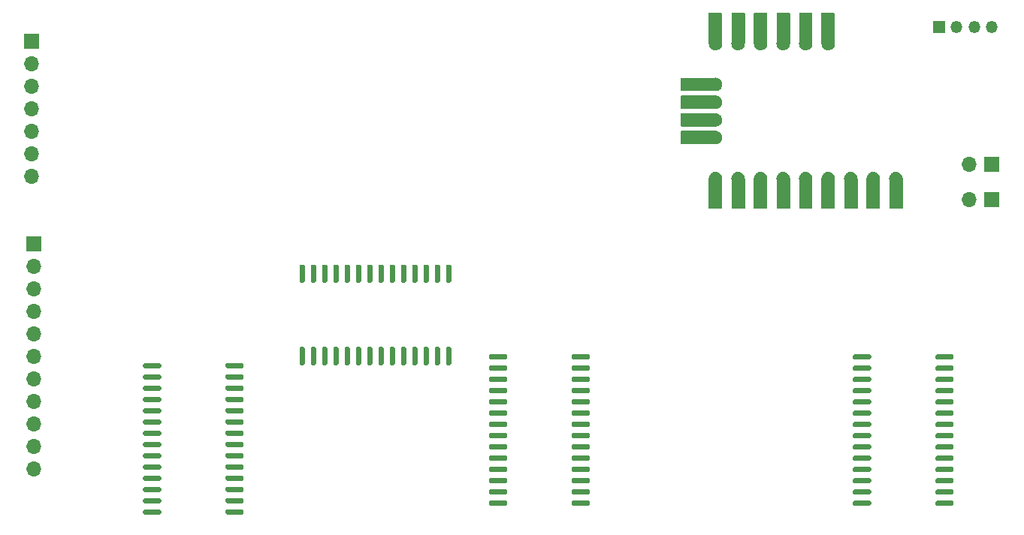
<source format=gbs>
%TF.GenerationSoftware,KiCad,Pcbnew,(5.1.8)-1*%
%TF.CreationDate,2021-11-23T00:18:45+09:00*%
%TF.ProjectId,pc1245,70633132-3435-42e6-9b69-6361645f7063,rev?*%
%TF.SameCoordinates,Original*%
%TF.FileFunction,Soldermask,Bot*%
%TF.FilePolarity,Negative*%
%FSLAX46Y46*%
G04 Gerber Fmt 4.6, Leading zero omitted, Abs format (unit mm)*
G04 Created by KiCad (PCBNEW (5.1.8)-1) date 2021-11-23 00:18:45*
%MOMM*%
%LPD*%
G01*
G04 APERTURE LIST*
%ADD10C,0.100000*%
%ADD11R,1.700000X1.700000*%
%ADD12O,1.700000X1.700000*%
%ADD13R,1.350000X1.350000*%
%ADD14O,1.350000X1.350000*%
G04 APERTURE END LIST*
D10*
%TO.C,M5Stamp*%
G36*
X182406247Y-84508191D02*
G01*
X182420836Y-84434849D01*
X182442543Y-84363290D01*
X182471160Y-84294203D01*
X182506411Y-84228254D01*
X182547956Y-84166077D01*
X182595395Y-84108272D01*
X182648272Y-84055395D01*
X182706077Y-84007956D01*
X182768254Y-83966411D01*
X182834203Y-83931160D01*
X182903290Y-83902543D01*
X182974849Y-83880836D01*
X183048191Y-83866247D01*
X183122610Y-83858918D01*
X183197390Y-83858918D01*
X183271809Y-83866247D01*
X183345151Y-83880836D01*
X183416710Y-83902543D01*
X183485797Y-83931160D01*
X183551746Y-83966411D01*
X183613923Y-84007956D01*
X183671728Y-84055395D01*
X183724605Y-84108272D01*
X183772044Y-84166077D01*
X183813589Y-84228254D01*
X183848840Y-84294203D01*
X183877457Y-84363290D01*
X183899164Y-84434849D01*
X183913753Y-84508191D01*
X183918218Y-84553524D01*
X183919086Y-84553786D01*
X183927735Y-84558397D01*
X183935318Y-84564608D01*
X183941544Y-84572178D01*
X183946174Y-84580818D01*
X183949029Y-84590194D01*
X183950000Y-84600000D01*
X183950000Y-88000000D01*
X183949039Y-88009755D01*
X183946194Y-88019134D01*
X183941573Y-88027779D01*
X183935355Y-88035355D01*
X183927779Y-88041573D01*
X183919134Y-88046194D01*
X183909755Y-88049039D01*
X183900000Y-88050000D01*
X182500000Y-88050000D01*
X182490245Y-88049039D01*
X182480866Y-88046194D01*
X182472221Y-88041573D01*
X182464645Y-88035355D01*
X182458427Y-88027779D01*
X182453806Y-88019134D01*
X182450961Y-88009755D01*
X182450000Y-88000000D01*
X182450000Y-84894713D01*
X182442543Y-84876710D01*
X182420836Y-84805151D01*
X182406247Y-84731809D01*
X182398918Y-84657390D01*
X182398918Y-84582610D01*
X182406247Y-84508191D01*
G37*
G36*
X179850961Y-84590245D02*
G01*
X179853806Y-84580866D01*
X179858427Y-84572221D01*
X179860147Y-84570126D01*
X179866247Y-84508191D01*
X179880836Y-84434849D01*
X179902543Y-84363290D01*
X179931160Y-84294203D01*
X179966411Y-84228254D01*
X180007956Y-84166077D01*
X180055395Y-84108272D01*
X180108272Y-84055395D01*
X180166077Y-84007956D01*
X180228254Y-83966411D01*
X180294203Y-83931160D01*
X180363290Y-83902543D01*
X180434849Y-83880836D01*
X180508191Y-83866247D01*
X180582610Y-83858918D01*
X180657390Y-83858918D01*
X180731809Y-83866247D01*
X180805151Y-83880836D01*
X180876710Y-83902543D01*
X180945797Y-83931160D01*
X181011746Y-83966411D01*
X181073923Y-84007956D01*
X181131728Y-84055395D01*
X181184605Y-84108272D01*
X181232044Y-84166077D01*
X181273589Y-84228254D01*
X181308840Y-84294203D01*
X181337457Y-84363290D01*
X181359164Y-84434849D01*
X181373753Y-84508191D01*
X181381082Y-84582610D01*
X181381082Y-84657390D01*
X181373753Y-84731809D01*
X181359164Y-84805151D01*
X181350000Y-84835361D01*
X181350000Y-88000000D01*
X181349039Y-88009755D01*
X181346194Y-88019134D01*
X181341573Y-88027779D01*
X181335355Y-88035355D01*
X181327779Y-88041573D01*
X181319134Y-88046194D01*
X181309755Y-88049039D01*
X181300000Y-88050000D01*
X179900000Y-88050000D01*
X179890245Y-88049039D01*
X179880866Y-88046194D01*
X179872221Y-88041573D01*
X179864645Y-88035355D01*
X179858427Y-88027779D01*
X179853806Y-88019134D01*
X179850961Y-88009755D01*
X179850000Y-88000000D01*
X179850000Y-84600000D01*
X179850961Y-84590245D01*
G37*
G36*
X177326247Y-84508191D02*
G01*
X177340836Y-84434849D01*
X177362543Y-84363290D01*
X177391160Y-84294203D01*
X177426411Y-84228254D01*
X177467956Y-84166077D01*
X177515395Y-84108272D01*
X177568272Y-84055395D01*
X177626077Y-84007956D01*
X177688254Y-83966411D01*
X177754203Y-83931160D01*
X177823290Y-83902543D01*
X177894849Y-83880836D01*
X177968191Y-83866247D01*
X178042610Y-83858918D01*
X178117390Y-83858918D01*
X178191809Y-83866247D01*
X178265151Y-83880836D01*
X178336710Y-83902543D01*
X178405797Y-83931160D01*
X178471746Y-83966411D01*
X178533923Y-84007956D01*
X178591728Y-84055395D01*
X178644605Y-84108272D01*
X178692044Y-84166077D01*
X178733589Y-84228254D01*
X178768840Y-84294203D01*
X178797457Y-84363290D01*
X178819164Y-84434849D01*
X178833753Y-84508191D01*
X178839852Y-84570121D01*
X178841544Y-84572178D01*
X178846174Y-84580818D01*
X178849029Y-84590194D01*
X178850000Y-84600000D01*
X178850000Y-88000000D01*
X178849039Y-88009755D01*
X178846194Y-88019134D01*
X178841573Y-88027779D01*
X178835355Y-88035355D01*
X178827779Y-88041573D01*
X178819134Y-88046194D01*
X178809755Y-88049039D01*
X178800000Y-88050000D01*
X177400000Y-88050000D01*
X177390245Y-88049039D01*
X177380866Y-88046194D01*
X177372221Y-88041573D01*
X177364645Y-88035355D01*
X177358427Y-88027779D01*
X177353806Y-88019134D01*
X177350961Y-88009755D01*
X177350000Y-88000000D01*
X177350000Y-84835361D01*
X177340836Y-84805151D01*
X177326247Y-84731809D01*
X177318918Y-84657390D01*
X177318918Y-84582610D01*
X177326247Y-84508191D01*
G37*
G36*
X174750961Y-84590245D02*
G01*
X174753806Y-84580866D01*
X174758427Y-84572221D01*
X174764645Y-84564645D01*
X174772221Y-84558427D01*
X174780866Y-84553806D01*
X174781782Y-84553528D01*
X174786247Y-84508191D01*
X174800836Y-84434849D01*
X174822543Y-84363290D01*
X174851160Y-84294203D01*
X174886411Y-84228254D01*
X174927956Y-84166077D01*
X174975395Y-84108272D01*
X175028272Y-84055395D01*
X175086077Y-84007956D01*
X175148254Y-83966411D01*
X175214203Y-83931160D01*
X175283290Y-83902543D01*
X175354849Y-83880836D01*
X175428191Y-83866247D01*
X175502610Y-83858918D01*
X175577390Y-83858918D01*
X175651809Y-83866247D01*
X175725151Y-83880836D01*
X175796710Y-83902543D01*
X175865797Y-83931160D01*
X175931746Y-83966411D01*
X175993923Y-84007956D01*
X176051728Y-84055395D01*
X176104605Y-84108272D01*
X176152044Y-84166077D01*
X176193589Y-84228254D01*
X176228840Y-84294203D01*
X176257457Y-84363290D01*
X176279164Y-84434849D01*
X176293753Y-84508191D01*
X176301082Y-84582610D01*
X176301082Y-84657390D01*
X176293753Y-84731809D01*
X176279164Y-84805151D01*
X176257457Y-84876710D01*
X176250000Y-84894713D01*
X176250000Y-88000000D01*
X176249039Y-88009755D01*
X176246194Y-88019134D01*
X176241573Y-88027779D01*
X176235355Y-88035355D01*
X176227779Y-88041573D01*
X176219134Y-88046194D01*
X176209755Y-88049039D01*
X176200000Y-88050000D01*
X174800000Y-88050000D01*
X174790245Y-88049039D01*
X174780866Y-88046194D01*
X174772221Y-88041573D01*
X174764645Y-88035355D01*
X174758427Y-88027779D01*
X174753806Y-88019134D01*
X174750961Y-88009755D01*
X174750000Y-88000000D01*
X174750000Y-84600000D01*
X174750961Y-84590245D01*
G37*
G36*
X172246247Y-84508191D02*
G01*
X172260836Y-84434849D01*
X172282543Y-84363290D01*
X172311160Y-84294203D01*
X172346411Y-84228254D01*
X172387956Y-84166077D01*
X172435395Y-84108272D01*
X172488272Y-84055395D01*
X172546077Y-84007956D01*
X172608254Y-83966411D01*
X172674203Y-83931160D01*
X172743290Y-83902543D01*
X172814849Y-83880836D01*
X172888191Y-83866247D01*
X172962610Y-83858918D01*
X173037390Y-83858918D01*
X173111809Y-83866247D01*
X173185151Y-83880836D01*
X173256710Y-83902543D01*
X173325797Y-83931160D01*
X173391746Y-83966411D01*
X173453923Y-84007956D01*
X173511728Y-84055395D01*
X173564605Y-84108272D01*
X173612044Y-84166077D01*
X173653589Y-84228254D01*
X173688840Y-84294203D01*
X173717457Y-84363290D01*
X173739164Y-84434849D01*
X173753753Y-84508191D01*
X173761082Y-84582610D01*
X173761082Y-84657390D01*
X173753753Y-84731809D01*
X173750000Y-84750676D01*
X173750000Y-88000000D01*
X173749039Y-88009755D01*
X173746194Y-88019134D01*
X173741573Y-88027779D01*
X173735355Y-88035355D01*
X173727779Y-88041573D01*
X173719134Y-88046194D01*
X173709755Y-88049039D01*
X173700000Y-88050000D01*
X172300000Y-88050000D01*
X172290245Y-88049039D01*
X172280866Y-88046194D01*
X172272221Y-88041573D01*
X172264645Y-88035355D01*
X172258427Y-88027779D01*
X172253806Y-88019134D01*
X172250961Y-88009755D01*
X172250000Y-88000000D01*
X172250000Y-84750676D01*
X172246247Y-84731809D01*
X172238918Y-84657390D01*
X172238918Y-84582610D01*
X172246247Y-84508191D01*
G37*
G36*
X169706247Y-84508191D02*
G01*
X169720836Y-84434849D01*
X169742543Y-84363290D01*
X169771160Y-84294203D01*
X169806411Y-84228254D01*
X169847956Y-84166077D01*
X169895395Y-84108272D01*
X169948272Y-84055395D01*
X170006077Y-84007956D01*
X170068254Y-83966411D01*
X170134203Y-83931160D01*
X170203290Y-83902543D01*
X170274849Y-83880836D01*
X170348191Y-83866247D01*
X170422610Y-83858918D01*
X170497390Y-83858918D01*
X170571809Y-83866247D01*
X170645151Y-83880836D01*
X170716710Y-83902543D01*
X170785797Y-83931160D01*
X170851746Y-83966411D01*
X170913923Y-84007956D01*
X170971728Y-84055395D01*
X171024605Y-84108272D01*
X171072044Y-84166077D01*
X171113589Y-84228254D01*
X171148840Y-84294203D01*
X171177457Y-84363290D01*
X171199164Y-84434849D01*
X171213753Y-84508191D01*
X171218218Y-84553524D01*
X171219086Y-84553786D01*
X171227735Y-84558397D01*
X171235318Y-84564608D01*
X171241544Y-84572178D01*
X171246174Y-84580818D01*
X171249029Y-84590194D01*
X171250000Y-84600000D01*
X171250000Y-88000000D01*
X171249039Y-88009755D01*
X171246194Y-88019134D01*
X171241573Y-88027779D01*
X171235355Y-88035355D01*
X171227779Y-88041573D01*
X171219134Y-88046194D01*
X171209755Y-88049039D01*
X171200000Y-88050000D01*
X169800000Y-88050000D01*
X169790245Y-88049039D01*
X169780866Y-88046194D01*
X169772221Y-88041573D01*
X169764645Y-88035355D01*
X169758427Y-88027779D01*
X169753806Y-88019134D01*
X169750961Y-88009755D01*
X169750000Y-88000000D01*
X169750000Y-84894713D01*
X169742543Y-84876710D01*
X169720836Y-84805151D01*
X169706247Y-84731809D01*
X169698918Y-84657390D01*
X169698918Y-84582610D01*
X169706247Y-84508191D01*
G37*
G36*
X167150961Y-84590245D02*
G01*
X167153806Y-84580866D01*
X167158427Y-84572221D01*
X167160147Y-84570126D01*
X167166247Y-84508191D01*
X167180836Y-84434849D01*
X167202543Y-84363290D01*
X167231160Y-84294203D01*
X167266411Y-84228254D01*
X167307956Y-84166077D01*
X167355395Y-84108272D01*
X167408272Y-84055395D01*
X167466077Y-84007956D01*
X167528254Y-83966411D01*
X167594203Y-83931160D01*
X167663290Y-83902543D01*
X167734849Y-83880836D01*
X167808191Y-83866247D01*
X167882610Y-83858918D01*
X167957390Y-83858918D01*
X168031809Y-83866247D01*
X168105151Y-83880836D01*
X168176710Y-83902543D01*
X168245797Y-83931160D01*
X168311746Y-83966411D01*
X168373923Y-84007956D01*
X168431728Y-84055395D01*
X168484605Y-84108272D01*
X168532044Y-84166077D01*
X168573589Y-84228254D01*
X168608840Y-84294203D01*
X168637457Y-84363290D01*
X168659164Y-84434849D01*
X168673753Y-84508191D01*
X168681082Y-84582610D01*
X168681082Y-84657390D01*
X168673753Y-84731809D01*
X168659164Y-84805151D01*
X168650000Y-84835361D01*
X168650000Y-88000000D01*
X168649039Y-88009755D01*
X168646194Y-88019134D01*
X168641573Y-88027779D01*
X168635355Y-88035355D01*
X168627779Y-88041573D01*
X168619134Y-88046194D01*
X168609755Y-88049039D01*
X168600000Y-88050000D01*
X167200000Y-88050000D01*
X167190245Y-88049039D01*
X167180866Y-88046194D01*
X167172221Y-88041573D01*
X167164645Y-88035355D01*
X167158427Y-88027779D01*
X167153806Y-88019134D01*
X167150961Y-88009755D01*
X167150000Y-88000000D01*
X167150000Y-84600000D01*
X167150961Y-84590245D01*
G37*
G36*
X164626247Y-84508191D02*
G01*
X164640836Y-84434849D01*
X164662543Y-84363290D01*
X164691160Y-84294203D01*
X164726411Y-84228254D01*
X164767956Y-84166077D01*
X164815395Y-84108272D01*
X164868272Y-84055395D01*
X164926077Y-84007956D01*
X164988254Y-83966411D01*
X165054203Y-83931160D01*
X165123290Y-83902543D01*
X165194849Y-83880836D01*
X165268191Y-83866247D01*
X165342610Y-83858918D01*
X165417390Y-83858918D01*
X165491809Y-83866247D01*
X165565151Y-83880836D01*
X165636710Y-83902543D01*
X165705797Y-83931160D01*
X165771746Y-83966411D01*
X165833923Y-84007956D01*
X165891728Y-84055395D01*
X165944605Y-84108272D01*
X165992044Y-84166077D01*
X166033589Y-84228254D01*
X166068840Y-84294203D01*
X166097457Y-84363290D01*
X166119164Y-84434849D01*
X166133753Y-84508191D01*
X166139852Y-84570121D01*
X166141544Y-84572178D01*
X166146174Y-84580818D01*
X166149029Y-84590194D01*
X166150000Y-84600000D01*
X166150000Y-88000000D01*
X166149039Y-88009755D01*
X166146194Y-88019134D01*
X166141573Y-88027779D01*
X166135355Y-88035355D01*
X166127779Y-88041573D01*
X166119134Y-88046194D01*
X166109755Y-88049039D01*
X166100000Y-88050000D01*
X164700000Y-88050000D01*
X164690245Y-88049039D01*
X164680866Y-88046194D01*
X164672221Y-88041573D01*
X164664645Y-88035355D01*
X164658427Y-88027779D01*
X164653806Y-88019134D01*
X164650961Y-88009755D01*
X164650000Y-88000000D01*
X164650000Y-84835361D01*
X164640836Y-84805151D01*
X164626247Y-84731809D01*
X164618918Y-84657390D01*
X164618918Y-84582610D01*
X164626247Y-84508191D01*
G37*
G36*
X162050961Y-84590245D02*
G01*
X162053806Y-84580866D01*
X162058427Y-84572221D01*
X162064645Y-84564645D01*
X162072221Y-84558427D01*
X162080866Y-84553806D01*
X162081782Y-84553528D01*
X162086247Y-84508191D01*
X162100836Y-84434849D01*
X162122543Y-84363290D01*
X162151160Y-84294203D01*
X162186411Y-84228254D01*
X162227956Y-84166077D01*
X162275395Y-84108272D01*
X162328272Y-84055395D01*
X162386077Y-84007956D01*
X162448254Y-83966411D01*
X162514203Y-83931160D01*
X162583290Y-83902543D01*
X162654849Y-83880836D01*
X162728191Y-83866247D01*
X162802610Y-83858918D01*
X162877390Y-83858918D01*
X162951809Y-83866247D01*
X163025151Y-83880836D01*
X163096710Y-83902543D01*
X163165797Y-83931160D01*
X163231746Y-83966411D01*
X163293923Y-84007956D01*
X163351728Y-84055395D01*
X163404605Y-84108272D01*
X163452044Y-84166077D01*
X163493589Y-84228254D01*
X163528840Y-84294203D01*
X163557457Y-84363290D01*
X163579164Y-84434849D01*
X163593753Y-84508191D01*
X163601082Y-84582610D01*
X163601082Y-84657390D01*
X163593753Y-84731809D01*
X163579164Y-84805151D01*
X163557457Y-84876710D01*
X163550000Y-84894713D01*
X163550000Y-88000000D01*
X163549039Y-88009755D01*
X163546194Y-88019134D01*
X163541573Y-88027779D01*
X163535355Y-88035355D01*
X163527779Y-88041573D01*
X163519134Y-88046194D01*
X163509755Y-88049039D01*
X163500000Y-88050000D01*
X162100000Y-88050000D01*
X162090245Y-88049039D01*
X162080866Y-88046194D01*
X162072221Y-88041573D01*
X162064645Y-88035355D01*
X162058427Y-88027779D01*
X162053806Y-88019134D01*
X162050961Y-88009755D01*
X162050000Y-88000000D01*
X162050000Y-84600000D01*
X162050961Y-84590245D01*
G37*
G36*
X158950961Y-79290245D02*
G01*
X158953806Y-79280866D01*
X158958427Y-79272221D01*
X158964645Y-79264645D01*
X158972221Y-79258427D01*
X158980866Y-79253806D01*
X158990245Y-79250961D01*
X159000000Y-79250000D01*
X162699324Y-79250000D01*
X162718191Y-79246247D01*
X162792610Y-79238918D01*
X162867390Y-79238918D01*
X162941809Y-79246247D01*
X163015151Y-79260836D01*
X163086710Y-79282543D01*
X163155797Y-79311160D01*
X163221746Y-79346411D01*
X163283923Y-79387956D01*
X163341728Y-79435395D01*
X163394605Y-79488272D01*
X163442044Y-79546077D01*
X163483589Y-79608254D01*
X163518840Y-79674203D01*
X163547457Y-79743290D01*
X163569164Y-79814849D01*
X163583753Y-79888191D01*
X163591082Y-79962610D01*
X163591082Y-80037390D01*
X163583753Y-80111809D01*
X163569164Y-80185151D01*
X163547457Y-80256710D01*
X163518840Y-80325797D01*
X163483589Y-80391746D01*
X163442044Y-80453923D01*
X163394605Y-80511728D01*
X163341728Y-80564605D01*
X163283923Y-80612044D01*
X163221746Y-80653589D01*
X163155797Y-80688840D01*
X163086710Y-80717457D01*
X163015151Y-80739164D01*
X162941809Y-80753753D01*
X162867390Y-80761082D01*
X162792610Y-80761082D01*
X162718191Y-80753753D01*
X162699324Y-80750000D01*
X159000000Y-80750000D01*
X158990245Y-80749039D01*
X158980866Y-80746194D01*
X158972221Y-80741573D01*
X158964645Y-80735355D01*
X158958427Y-80727779D01*
X158953806Y-80719134D01*
X158950961Y-80709755D01*
X158950000Y-80700000D01*
X158950000Y-79300000D01*
X158950961Y-79290245D01*
G37*
G36*
X158950961Y-77290245D02*
G01*
X158953806Y-77280866D01*
X158958427Y-77272221D01*
X158964645Y-77264645D01*
X158972221Y-77258427D01*
X158980866Y-77253806D01*
X158990245Y-77250961D01*
X159000000Y-77250000D01*
X162699324Y-77250000D01*
X162718191Y-77246247D01*
X162792610Y-77238918D01*
X162867390Y-77238918D01*
X162941809Y-77246247D01*
X163015151Y-77260836D01*
X163086710Y-77282543D01*
X163155797Y-77311160D01*
X163221746Y-77346411D01*
X163283923Y-77387956D01*
X163341728Y-77435395D01*
X163394605Y-77488272D01*
X163442044Y-77546077D01*
X163483589Y-77608254D01*
X163518840Y-77674203D01*
X163547457Y-77743290D01*
X163569164Y-77814849D01*
X163583753Y-77888191D01*
X163591082Y-77962610D01*
X163591082Y-78037390D01*
X163583753Y-78111809D01*
X163569164Y-78185151D01*
X163547457Y-78256710D01*
X163518840Y-78325797D01*
X163483589Y-78391746D01*
X163442044Y-78453923D01*
X163394605Y-78511728D01*
X163341728Y-78564605D01*
X163283923Y-78612044D01*
X163221746Y-78653589D01*
X163155797Y-78688840D01*
X163086710Y-78717457D01*
X163015151Y-78739164D01*
X162941809Y-78753753D01*
X162867390Y-78761082D01*
X162792610Y-78761082D01*
X162718191Y-78753753D01*
X162699324Y-78750000D01*
X159000000Y-78750000D01*
X158990245Y-78749039D01*
X158980866Y-78746194D01*
X158972221Y-78741573D01*
X158964645Y-78735355D01*
X158958427Y-78727779D01*
X158953806Y-78719134D01*
X158950961Y-78709755D01*
X158950000Y-78700000D01*
X158950000Y-77300000D01*
X158950961Y-77290245D01*
G37*
G36*
X158950961Y-75290245D02*
G01*
X158953806Y-75280866D01*
X158958427Y-75272221D01*
X158964645Y-75264645D01*
X158972221Y-75258427D01*
X158980866Y-75253806D01*
X158990245Y-75250961D01*
X159000000Y-75250000D01*
X162699324Y-75250000D01*
X162718191Y-75246247D01*
X162792610Y-75238918D01*
X162867390Y-75238918D01*
X162941809Y-75246247D01*
X163015151Y-75260836D01*
X163086710Y-75282543D01*
X163155797Y-75311160D01*
X163221746Y-75346411D01*
X163283923Y-75387956D01*
X163341728Y-75435395D01*
X163394605Y-75488272D01*
X163442044Y-75546077D01*
X163483589Y-75608254D01*
X163518840Y-75674203D01*
X163547457Y-75743290D01*
X163569164Y-75814849D01*
X163583753Y-75888191D01*
X163591082Y-75962610D01*
X163591082Y-76037390D01*
X163583753Y-76111809D01*
X163569164Y-76185151D01*
X163547457Y-76256710D01*
X163518840Y-76325797D01*
X163483589Y-76391746D01*
X163442044Y-76453923D01*
X163394605Y-76511728D01*
X163341728Y-76564605D01*
X163283923Y-76612044D01*
X163221746Y-76653589D01*
X163155797Y-76688840D01*
X163086710Y-76717457D01*
X163015151Y-76739164D01*
X162941809Y-76753753D01*
X162867390Y-76761082D01*
X162792610Y-76761082D01*
X162718191Y-76753753D01*
X162699324Y-76750000D01*
X159000000Y-76750000D01*
X158990245Y-76749039D01*
X158980866Y-76746194D01*
X158972221Y-76741573D01*
X158964645Y-76735355D01*
X158958427Y-76727779D01*
X158953806Y-76719134D01*
X158950961Y-76709755D01*
X158950000Y-76700000D01*
X158950000Y-75300000D01*
X158950961Y-75290245D01*
G37*
G36*
X158950961Y-73290245D02*
G01*
X158953806Y-73280866D01*
X158958427Y-73272221D01*
X158964645Y-73264645D01*
X158972221Y-73258427D01*
X158980866Y-73253806D01*
X158990245Y-73250961D01*
X159000000Y-73250000D01*
X162699324Y-73250000D01*
X162718191Y-73246247D01*
X162792610Y-73238918D01*
X162867390Y-73238918D01*
X162941809Y-73246247D01*
X163015151Y-73260836D01*
X163086710Y-73282543D01*
X163155797Y-73311160D01*
X163221746Y-73346411D01*
X163283923Y-73387956D01*
X163341728Y-73435395D01*
X163394605Y-73488272D01*
X163442044Y-73546077D01*
X163483589Y-73608254D01*
X163518840Y-73674203D01*
X163547457Y-73743290D01*
X163569164Y-73814849D01*
X163583753Y-73888191D01*
X163591082Y-73962610D01*
X163591082Y-74037390D01*
X163583753Y-74111809D01*
X163569164Y-74185151D01*
X163547457Y-74256710D01*
X163518840Y-74325797D01*
X163483589Y-74391746D01*
X163442044Y-74453923D01*
X163394605Y-74511728D01*
X163341728Y-74564605D01*
X163283923Y-74612044D01*
X163221746Y-74653589D01*
X163155797Y-74688840D01*
X163086710Y-74717457D01*
X163015151Y-74739164D01*
X162941809Y-74753753D01*
X162867390Y-74761082D01*
X162792610Y-74761082D01*
X162718191Y-74753753D01*
X162699324Y-74750000D01*
X159000000Y-74750000D01*
X158990245Y-74749039D01*
X158980866Y-74746194D01*
X158972221Y-74741573D01*
X158964645Y-74735355D01*
X158958427Y-74727779D01*
X158953806Y-74719134D01*
X158950961Y-74709755D01*
X158950000Y-74700000D01*
X158950000Y-73300000D01*
X158950961Y-73290245D01*
G37*
G36*
X162050961Y-65990245D02*
G01*
X162053806Y-65980866D01*
X162058427Y-65972221D01*
X162064645Y-65964645D01*
X162072221Y-65958427D01*
X162080866Y-65953806D01*
X162090245Y-65950961D01*
X162100000Y-65950000D01*
X163500000Y-65950000D01*
X163509755Y-65950961D01*
X163519134Y-65953806D01*
X163527779Y-65958427D01*
X163535355Y-65964645D01*
X163541573Y-65972221D01*
X163546194Y-65980866D01*
X163549039Y-65990245D01*
X163550000Y-66000000D01*
X163550000Y-69105287D01*
X163557457Y-69123290D01*
X163579164Y-69194849D01*
X163593753Y-69268191D01*
X163601082Y-69342610D01*
X163601082Y-69417390D01*
X163593753Y-69491809D01*
X163579164Y-69565151D01*
X163557457Y-69636710D01*
X163528840Y-69705797D01*
X163493589Y-69771746D01*
X163452044Y-69833923D01*
X163404605Y-69891728D01*
X163351728Y-69944605D01*
X163293923Y-69992044D01*
X163231746Y-70033589D01*
X163165797Y-70068840D01*
X163096710Y-70097457D01*
X163025151Y-70119164D01*
X162951809Y-70133753D01*
X162877390Y-70141082D01*
X162802610Y-70141082D01*
X162728191Y-70133753D01*
X162654849Y-70119164D01*
X162583290Y-70097457D01*
X162514203Y-70068840D01*
X162448254Y-70033589D01*
X162386077Y-69992044D01*
X162328272Y-69944605D01*
X162275395Y-69891728D01*
X162227956Y-69833923D01*
X162186411Y-69771746D01*
X162151160Y-69705797D01*
X162122543Y-69636710D01*
X162100836Y-69565151D01*
X162086247Y-69491809D01*
X162081782Y-69446476D01*
X162080914Y-69446214D01*
X162072265Y-69441603D01*
X162064682Y-69435392D01*
X162058456Y-69427822D01*
X162053826Y-69419182D01*
X162050971Y-69409806D01*
X162050000Y-69400000D01*
X162050000Y-66000000D01*
X162050961Y-65990245D01*
G37*
G36*
X164626247Y-69268191D02*
G01*
X164640836Y-69194849D01*
X164650000Y-69164639D01*
X164650000Y-66000000D01*
X164650961Y-65990245D01*
X164653806Y-65980866D01*
X164658427Y-65972221D01*
X164664645Y-65964645D01*
X164672221Y-65958427D01*
X164680866Y-65953806D01*
X164690245Y-65950961D01*
X164700000Y-65950000D01*
X166100000Y-65950000D01*
X166109755Y-65950961D01*
X166119134Y-65953806D01*
X166127779Y-65958427D01*
X166135355Y-65964645D01*
X166141573Y-65972221D01*
X166146194Y-65980866D01*
X166149039Y-65990245D01*
X166150000Y-66000000D01*
X166150000Y-69400000D01*
X166149039Y-69409755D01*
X166146194Y-69419134D01*
X166141573Y-69427779D01*
X166139853Y-69429874D01*
X166133753Y-69491809D01*
X166119164Y-69565151D01*
X166097457Y-69636710D01*
X166068840Y-69705797D01*
X166033589Y-69771746D01*
X165992044Y-69833923D01*
X165944605Y-69891728D01*
X165891728Y-69944605D01*
X165833923Y-69992044D01*
X165771746Y-70033589D01*
X165705797Y-70068840D01*
X165636710Y-70097457D01*
X165565151Y-70119164D01*
X165491809Y-70133753D01*
X165417390Y-70141082D01*
X165342610Y-70141082D01*
X165268191Y-70133753D01*
X165194849Y-70119164D01*
X165123290Y-70097457D01*
X165054203Y-70068840D01*
X164988254Y-70033589D01*
X164926077Y-69992044D01*
X164868272Y-69944605D01*
X164815395Y-69891728D01*
X164767956Y-69833923D01*
X164726411Y-69771746D01*
X164691160Y-69705797D01*
X164662543Y-69636710D01*
X164640836Y-69565151D01*
X164626247Y-69491809D01*
X164618918Y-69417390D01*
X164618918Y-69342610D01*
X164626247Y-69268191D01*
G37*
G36*
X167150961Y-65990245D02*
G01*
X167153806Y-65980866D01*
X167158427Y-65972221D01*
X167164645Y-65964645D01*
X167172221Y-65958427D01*
X167180866Y-65953806D01*
X167190245Y-65950961D01*
X167200000Y-65950000D01*
X168600000Y-65950000D01*
X168609755Y-65950961D01*
X168619134Y-65953806D01*
X168627779Y-65958427D01*
X168635355Y-65964645D01*
X168641573Y-65972221D01*
X168646194Y-65980866D01*
X168649039Y-65990245D01*
X168650000Y-66000000D01*
X168650000Y-69164639D01*
X168659164Y-69194849D01*
X168673753Y-69268191D01*
X168681082Y-69342610D01*
X168681082Y-69417390D01*
X168673753Y-69491809D01*
X168659164Y-69565151D01*
X168637457Y-69636710D01*
X168608840Y-69705797D01*
X168573589Y-69771746D01*
X168532044Y-69833923D01*
X168484605Y-69891728D01*
X168431728Y-69944605D01*
X168373923Y-69992044D01*
X168311746Y-70033589D01*
X168245797Y-70068840D01*
X168176710Y-70097457D01*
X168105151Y-70119164D01*
X168031809Y-70133753D01*
X167957390Y-70141082D01*
X167882610Y-70141082D01*
X167808191Y-70133753D01*
X167734849Y-70119164D01*
X167663290Y-70097457D01*
X167594203Y-70068840D01*
X167528254Y-70033589D01*
X167466077Y-69992044D01*
X167408272Y-69944605D01*
X167355395Y-69891728D01*
X167307956Y-69833923D01*
X167266411Y-69771746D01*
X167231160Y-69705797D01*
X167202543Y-69636710D01*
X167180836Y-69565151D01*
X167166247Y-69491809D01*
X167160148Y-69429879D01*
X167158456Y-69427822D01*
X167153826Y-69419182D01*
X167150971Y-69409806D01*
X167150000Y-69400000D01*
X167150000Y-66000000D01*
X167150961Y-65990245D01*
G37*
G36*
X169706247Y-69268191D02*
G01*
X169720836Y-69194849D01*
X169742543Y-69123290D01*
X169750000Y-69105287D01*
X169750000Y-66000000D01*
X169750961Y-65990245D01*
X169753806Y-65980866D01*
X169758427Y-65972221D01*
X169764645Y-65964645D01*
X169772221Y-65958427D01*
X169780866Y-65953806D01*
X169790245Y-65950961D01*
X169800000Y-65950000D01*
X171200000Y-65950000D01*
X171209755Y-65950961D01*
X171219134Y-65953806D01*
X171227779Y-65958427D01*
X171235355Y-65964645D01*
X171241573Y-65972221D01*
X171246194Y-65980866D01*
X171249039Y-65990245D01*
X171250000Y-66000000D01*
X171250000Y-69400000D01*
X171249039Y-69409755D01*
X171246194Y-69419134D01*
X171241573Y-69427779D01*
X171235355Y-69435355D01*
X171227779Y-69441573D01*
X171219134Y-69446194D01*
X171218218Y-69446472D01*
X171213753Y-69491809D01*
X171199164Y-69565151D01*
X171177457Y-69636710D01*
X171148840Y-69705797D01*
X171113589Y-69771746D01*
X171072044Y-69833923D01*
X171024605Y-69891728D01*
X170971728Y-69944605D01*
X170913923Y-69992044D01*
X170851746Y-70033589D01*
X170785797Y-70068840D01*
X170716710Y-70097457D01*
X170645151Y-70119164D01*
X170571809Y-70133753D01*
X170497390Y-70141082D01*
X170422610Y-70141082D01*
X170348191Y-70133753D01*
X170274849Y-70119164D01*
X170203290Y-70097457D01*
X170134203Y-70068840D01*
X170068254Y-70033589D01*
X170006077Y-69992044D01*
X169948272Y-69944605D01*
X169895395Y-69891728D01*
X169847956Y-69833923D01*
X169806411Y-69771746D01*
X169771160Y-69705797D01*
X169742543Y-69636710D01*
X169720836Y-69565151D01*
X169706247Y-69491809D01*
X169698918Y-69417390D01*
X169698918Y-69342610D01*
X169706247Y-69268191D01*
G37*
G36*
X172246247Y-69268191D02*
G01*
X172250000Y-69249324D01*
X172250000Y-66000000D01*
X172250961Y-65990245D01*
X172253806Y-65980866D01*
X172258427Y-65972221D01*
X172264645Y-65964645D01*
X172272221Y-65958427D01*
X172280866Y-65953806D01*
X172290245Y-65950961D01*
X172300000Y-65950000D01*
X173700000Y-65950000D01*
X173709755Y-65950961D01*
X173719134Y-65953806D01*
X173727779Y-65958427D01*
X173735355Y-65964645D01*
X173741573Y-65972221D01*
X173746194Y-65980866D01*
X173749039Y-65990245D01*
X173750000Y-66000000D01*
X173750000Y-69249324D01*
X173753753Y-69268191D01*
X173761082Y-69342610D01*
X173761082Y-69417390D01*
X173753753Y-69491809D01*
X173739164Y-69565151D01*
X173717457Y-69636710D01*
X173688840Y-69705797D01*
X173653589Y-69771746D01*
X173612044Y-69833923D01*
X173564605Y-69891728D01*
X173511728Y-69944605D01*
X173453923Y-69992044D01*
X173391746Y-70033589D01*
X173325797Y-70068840D01*
X173256710Y-70097457D01*
X173185151Y-70119164D01*
X173111809Y-70133753D01*
X173037390Y-70141082D01*
X172962610Y-70141082D01*
X172888191Y-70133753D01*
X172814849Y-70119164D01*
X172743290Y-70097457D01*
X172674203Y-70068840D01*
X172608254Y-70033589D01*
X172546077Y-69992044D01*
X172488272Y-69944605D01*
X172435395Y-69891728D01*
X172387956Y-69833923D01*
X172346411Y-69771746D01*
X172311160Y-69705797D01*
X172282543Y-69636710D01*
X172260836Y-69565151D01*
X172246247Y-69491809D01*
X172238918Y-69417390D01*
X172238918Y-69342610D01*
X172246247Y-69268191D01*
G37*
G36*
X174750961Y-65990245D02*
G01*
X174753806Y-65980866D01*
X174758427Y-65972221D01*
X174764645Y-65964645D01*
X174772221Y-65958427D01*
X174780866Y-65953806D01*
X174790245Y-65950961D01*
X174800000Y-65950000D01*
X176200000Y-65950000D01*
X176209755Y-65950961D01*
X176219134Y-65953806D01*
X176227779Y-65958427D01*
X176235355Y-65964645D01*
X176241573Y-65972221D01*
X176246194Y-65980866D01*
X176249039Y-65990245D01*
X176250000Y-66000000D01*
X176250000Y-69105287D01*
X176257457Y-69123290D01*
X176279164Y-69194849D01*
X176293753Y-69268191D01*
X176301082Y-69342610D01*
X176301082Y-69417390D01*
X176293753Y-69491809D01*
X176279164Y-69565151D01*
X176257457Y-69636710D01*
X176228840Y-69705797D01*
X176193589Y-69771746D01*
X176152044Y-69833923D01*
X176104605Y-69891728D01*
X176051728Y-69944605D01*
X175993923Y-69992044D01*
X175931746Y-70033589D01*
X175865797Y-70068840D01*
X175796710Y-70097457D01*
X175725151Y-70119164D01*
X175651809Y-70133753D01*
X175577390Y-70141082D01*
X175502610Y-70141082D01*
X175428191Y-70133753D01*
X175354849Y-70119164D01*
X175283290Y-70097457D01*
X175214203Y-70068840D01*
X175148254Y-70033589D01*
X175086077Y-69992044D01*
X175028272Y-69944605D01*
X174975395Y-69891728D01*
X174927956Y-69833923D01*
X174886411Y-69771746D01*
X174851160Y-69705797D01*
X174822543Y-69636710D01*
X174800836Y-69565151D01*
X174786247Y-69491809D01*
X174781782Y-69446476D01*
X174780914Y-69446214D01*
X174772265Y-69441603D01*
X174764682Y-69435392D01*
X174758456Y-69427822D01*
X174753826Y-69419182D01*
X174750971Y-69409806D01*
X174750000Y-69400000D01*
X174750000Y-66000000D01*
X174750961Y-65990245D01*
G37*
%TD*%
D11*
%TO.C,BATT*%
X194000000Y-83000000D03*
D12*
X191460000Y-83000000D03*
%TD*%
%TO.C,U1*%
G36*
G01*
X100375000Y-105595000D02*
X100375000Y-105895000D01*
G75*
G02*
X100225000Y-106045000I-150000J0D01*
G01*
X98475000Y-106045000D01*
G75*
G02*
X98325000Y-105895000I0J150000D01*
G01*
X98325000Y-105595000D01*
G75*
G02*
X98475000Y-105445000I150000J0D01*
G01*
X100225000Y-105445000D01*
G75*
G02*
X100375000Y-105595000I0J-150000D01*
G01*
G37*
G36*
G01*
X100375000Y-106865000D02*
X100375000Y-107165000D01*
G75*
G02*
X100225000Y-107315000I-150000J0D01*
G01*
X98475000Y-107315000D01*
G75*
G02*
X98325000Y-107165000I0J150000D01*
G01*
X98325000Y-106865000D01*
G75*
G02*
X98475000Y-106715000I150000J0D01*
G01*
X100225000Y-106715000D01*
G75*
G02*
X100375000Y-106865000I0J-150000D01*
G01*
G37*
G36*
G01*
X100375000Y-108135000D02*
X100375000Y-108435000D01*
G75*
G02*
X100225000Y-108585000I-150000J0D01*
G01*
X98475000Y-108585000D01*
G75*
G02*
X98325000Y-108435000I0J150000D01*
G01*
X98325000Y-108135000D01*
G75*
G02*
X98475000Y-107985000I150000J0D01*
G01*
X100225000Y-107985000D01*
G75*
G02*
X100375000Y-108135000I0J-150000D01*
G01*
G37*
G36*
G01*
X100375000Y-109405000D02*
X100375000Y-109705000D01*
G75*
G02*
X100225000Y-109855000I-150000J0D01*
G01*
X98475000Y-109855000D01*
G75*
G02*
X98325000Y-109705000I0J150000D01*
G01*
X98325000Y-109405000D01*
G75*
G02*
X98475000Y-109255000I150000J0D01*
G01*
X100225000Y-109255000D01*
G75*
G02*
X100375000Y-109405000I0J-150000D01*
G01*
G37*
G36*
G01*
X100375000Y-110675000D02*
X100375000Y-110975000D01*
G75*
G02*
X100225000Y-111125000I-150000J0D01*
G01*
X98475000Y-111125000D01*
G75*
G02*
X98325000Y-110975000I0J150000D01*
G01*
X98325000Y-110675000D01*
G75*
G02*
X98475000Y-110525000I150000J0D01*
G01*
X100225000Y-110525000D01*
G75*
G02*
X100375000Y-110675000I0J-150000D01*
G01*
G37*
G36*
G01*
X100375000Y-111945000D02*
X100375000Y-112245000D01*
G75*
G02*
X100225000Y-112395000I-150000J0D01*
G01*
X98475000Y-112395000D01*
G75*
G02*
X98325000Y-112245000I0J150000D01*
G01*
X98325000Y-111945000D01*
G75*
G02*
X98475000Y-111795000I150000J0D01*
G01*
X100225000Y-111795000D01*
G75*
G02*
X100375000Y-111945000I0J-150000D01*
G01*
G37*
G36*
G01*
X100375000Y-113215000D02*
X100375000Y-113515000D01*
G75*
G02*
X100225000Y-113665000I-150000J0D01*
G01*
X98475000Y-113665000D01*
G75*
G02*
X98325000Y-113515000I0J150000D01*
G01*
X98325000Y-113215000D01*
G75*
G02*
X98475000Y-113065000I150000J0D01*
G01*
X100225000Y-113065000D01*
G75*
G02*
X100375000Y-113215000I0J-150000D01*
G01*
G37*
G36*
G01*
X100375000Y-114485000D02*
X100375000Y-114785000D01*
G75*
G02*
X100225000Y-114935000I-150000J0D01*
G01*
X98475000Y-114935000D01*
G75*
G02*
X98325000Y-114785000I0J150000D01*
G01*
X98325000Y-114485000D01*
G75*
G02*
X98475000Y-114335000I150000J0D01*
G01*
X100225000Y-114335000D01*
G75*
G02*
X100375000Y-114485000I0J-150000D01*
G01*
G37*
G36*
G01*
X100375000Y-115755000D02*
X100375000Y-116055000D01*
G75*
G02*
X100225000Y-116205000I-150000J0D01*
G01*
X98475000Y-116205000D01*
G75*
G02*
X98325000Y-116055000I0J150000D01*
G01*
X98325000Y-115755000D01*
G75*
G02*
X98475000Y-115605000I150000J0D01*
G01*
X100225000Y-115605000D01*
G75*
G02*
X100375000Y-115755000I0J-150000D01*
G01*
G37*
G36*
G01*
X100375000Y-117025000D02*
X100375000Y-117325000D01*
G75*
G02*
X100225000Y-117475000I-150000J0D01*
G01*
X98475000Y-117475000D01*
G75*
G02*
X98325000Y-117325000I0J150000D01*
G01*
X98325000Y-117025000D01*
G75*
G02*
X98475000Y-116875000I150000J0D01*
G01*
X100225000Y-116875000D01*
G75*
G02*
X100375000Y-117025000I0J-150000D01*
G01*
G37*
G36*
G01*
X100375000Y-118295000D02*
X100375000Y-118595000D01*
G75*
G02*
X100225000Y-118745000I-150000J0D01*
G01*
X98475000Y-118745000D01*
G75*
G02*
X98325000Y-118595000I0J150000D01*
G01*
X98325000Y-118295000D01*
G75*
G02*
X98475000Y-118145000I150000J0D01*
G01*
X100225000Y-118145000D01*
G75*
G02*
X100375000Y-118295000I0J-150000D01*
G01*
G37*
G36*
G01*
X100375000Y-119565000D02*
X100375000Y-119865000D01*
G75*
G02*
X100225000Y-120015000I-150000J0D01*
G01*
X98475000Y-120015000D01*
G75*
G02*
X98325000Y-119865000I0J150000D01*
G01*
X98325000Y-119565000D01*
G75*
G02*
X98475000Y-119415000I150000J0D01*
G01*
X100225000Y-119415000D01*
G75*
G02*
X100375000Y-119565000I0J-150000D01*
G01*
G37*
G36*
G01*
X100375000Y-120835000D02*
X100375000Y-121135000D01*
G75*
G02*
X100225000Y-121285000I-150000J0D01*
G01*
X98475000Y-121285000D01*
G75*
G02*
X98325000Y-121135000I0J150000D01*
G01*
X98325000Y-120835000D01*
G75*
G02*
X98475000Y-120685000I150000J0D01*
G01*
X100225000Y-120685000D01*
G75*
G02*
X100375000Y-120835000I0J-150000D01*
G01*
G37*
G36*
G01*
X100375000Y-122105000D02*
X100375000Y-122405000D01*
G75*
G02*
X100225000Y-122555000I-150000J0D01*
G01*
X98475000Y-122555000D01*
G75*
G02*
X98325000Y-122405000I0J150000D01*
G01*
X98325000Y-122105000D01*
G75*
G02*
X98475000Y-121955000I150000J0D01*
G01*
X100225000Y-121955000D01*
G75*
G02*
X100375000Y-122105000I0J-150000D01*
G01*
G37*
G36*
G01*
X109675000Y-122105000D02*
X109675000Y-122405000D01*
G75*
G02*
X109525000Y-122555000I-150000J0D01*
G01*
X107775000Y-122555000D01*
G75*
G02*
X107625000Y-122405000I0J150000D01*
G01*
X107625000Y-122105000D01*
G75*
G02*
X107775000Y-121955000I150000J0D01*
G01*
X109525000Y-121955000D01*
G75*
G02*
X109675000Y-122105000I0J-150000D01*
G01*
G37*
G36*
G01*
X109675000Y-120835000D02*
X109675000Y-121135000D01*
G75*
G02*
X109525000Y-121285000I-150000J0D01*
G01*
X107775000Y-121285000D01*
G75*
G02*
X107625000Y-121135000I0J150000D01*
G01*
X107625000Y-120835000D01*
G75*
G02*
X107775000Y-120685000I150000J0D01*
G01*
X109525000Y-120685000D01*
G75*
G02*
X109675000Y-120835000I0J-150000D01*
G01*
G37*
G36*
G01*
X109675000Y-119565000D02*
X109675000Y-119865000D01*
G75*
G02*
X109525000Y-120015000I-150000J0D01*
G01*
X107775000Y-120015000D01*
G75*
G02*
X107625000Y-119865000I0J150000D01*
G01*
X107625000Y-119565000D01*
G75*
G02*
X107775000Y-119415000I150000J0D01*
G01*
X109525000Y-119415000D01*
G75*
G02*
X109675000Y-119565000I0J-150000D01*
G01*
G37*
G36*
G01*
X109675000Y-118295000D02*
X109675000Y-118595000D01*
G75*
G02*
X109525000Y-118745000I-150000J0D01*
G01*
X107775000Y-118745000D01*
G75*
G02*
X107625000Y-118595000I0J150000D01*
G01*
X107625000Y-118295000D01*
G75*
G02*
X107775000Y-118145000I150000J0D01*
G01*
X109525000Y-118145000D01*
G75*
G02*
X109675000Y-118295000I0J-150000D01*
G01*
G37*
G36*
G01*
X109675000Y-117025000D02*
X109675000Y-117325000D01*
G75*
G02*
X109525000Y-117475000I-150000J0D01*
G01*
X107775000Y-117475000D01*
G75*
G02*
X107625000Y-117325000I0J150000D01*
G01*
X107625000Y-117025000D01*
G75*
G02*
X107775000Y-116875000I150000J0D01*
G01*
X109525000Y-116875000D01*
G75*
G02*
X109675000Y-117025000I0J-150000D01*
G01*
G37*
G36*
G01*
X109675000Y-115755000D02*
X109675000Y-116055000D01*
G75*
G02*
X109525000Y-116205000I-150000J0D01*
G01*
X107775000Y-116205000D01*
G75*
G02*
X107625000Y-116055000I0J150000D01*
G01*
X107625000Y-115755000D01*
G75*
G02*
X107775000Y-115605000I150000J0D01*
G01*
X109525000Y-115605000D01*
G75*
G02*
X109675000Y-115755000I0J-150000D01*
G01*
G37*
G36*
G01*
X109675000Y-114485000D02*
X109675000Y-114785000D01*
G75*
G02*
X109525000Y-114935000I-150000J0D01*
G01*
X107775000Y-114935000D01*
G75*
G02*
X107625000Y-114785000I0J150000D01*
G01*
X107625000Y-114485000D01*
G75*
G02*
X107775000Y-114335000I150000J0D01*
G01*
X109525000Y-114335000D01*
G75*
G02*
X109675000Y-114485000I0J-150000D01*
G01*
G37*
G36*
G01*
X109675000Y-113215000D02*
X109675000Y-113515000D01*
G75*
G02*
X109525000Y-113665000I-150000J0D01*
G01*
X107775000Y-113665000D01*
G75*
G02*
X107625000Y-113515000I0J150000D01*
G01*
X107625000Y-113215000D01*
G75*
G02*
X107775000Y-113065000I150000J0D01*
G01*
X109525000Y-113065000D01*
G75*
G02*
X109675000Y-113215000I0J-150000D01*
G01*
G37*
G36*
G01*
X109675000Y-111945000D02*
X109675000Y-112245000D01*
G75*
G02*
X109525000Y-112395000I-150000J0D01*
G01*
X107775000Y-112395000D01*
G75*
G02*
X107625000Y-112245000I0J150000D01*
G01*
X107625000Y-111945000D01*
G75*
G02*
X107775000Y-111795000I150000J0D01*
G01*
X109525000Y-111795000D01*
G75*
G02*
X109675000Y-111945000I0J-150000D01*
G01*
G37*
G36*
G01*
X109675000Y-110675000D02*
X109675000Y-110975000D01*
G75*
G02*
X109525000Y-111125000I-150000J0D01*
G01*
X107775000Y-111125000D01*
G75*
G02*
X107625000Y-110975000I0J150000D01*
G01*
X107625000Y-110675000D01*
G75*
G02*
X107775000Y-110525000I150000J0D01*
G01*
X109525000Y-110525000D01*
G75*
G02*
X109675000Y-110675000I0J-150000D01*
G01*
G37*
G36*
G01*
X109675000Y-109405000D02*
X109675000Y-109705000D01*
G75*
G02*
X109525000Y-109855000I-150000J0D01*
G01*
X107775000Y-109855000D01*
G75*
G02*
X107625000Y-109705000I0J150000D01*
G01*
X107625000Y-109405000D01*
G75*
G02*
X107775000Y-109255000I150000J0D01*
G01*
X109525000Y-109255000D01*
G75*
G02*
X109675000Y-109405000I0J-150000D01*
G01*
G37*
G36*
G01*
X109675000Y-108135000D02*
X109675000Y-108435000D01*
G75*
G02*
X109525000Y-108585000I-150000J0D01*
G01*
X107775000Y-108585000D01*
G75*
G02*
X107625000Y-108435000I0J150000D01*
G01*
X107625000Y-108135000D01*
G75*
G02*
X107775000Y-107985000I150000J0D01*
G01*
X109525000Y-107985000D01*
G75*
G02*
X109675000Y-108135000I0J-150000D01*
G01*
G37*
G36*
G01*
X109675000Y-106865000D02*
X109675000Y-107165000D01*
G75*
G02*
X109525000Y-107315000I-150000J0D01*
G01*
X107775000Y-107315000D01*
G75*
G02*
X107625000Y-107165000I0J150000D01*
G01*
X107625000Y-106865000D01*
G75*
G02*
X107775000Y-106715000I150000J0D01*
G01*
X109525000Y-106715000D01*
G75*
G02*
X109675000Y-106865000I0J-150000D01*
G01*
G37*
G36*
G01*
X109675000Y-105595000D02*
X109675000Y-105895000D01*
G75*
G02*
X109525000Y-106045000I-150000J0D01*
G01*
X107775000Y-106045000D01*
G75*
G02*
X107625000Y-105895000I0J150000D01*
G01*
X107625000Y-105595000D01*
G75*
G02*
X107775000Y-105445000I150000J0D01*
G01*
X109525000Y-105445000D01*
G75*
G02*
X109675000Y-105595000I0J-150000D01*
G01*
G37*
%TD*%
%TO.C,U2*%
G36*
G01*
X116095000Y-94325000D02*
X116395000Y-94325000D01*
G75*
G02*
X116545000Y-94475000I0J-150000D01*
G01*
X116545000Y-96225000D01*
G75*
G02*
X116395000Y-96375000I-150000J0D01*
G01*
X116095000Y-96375000D01*
G75*
G02*
X115945000Y-96225000I0J150000D01*
G01*
X115945000Y-94475000D01*
G75*
G02*
X116095000Y-94325000I150000J0D01*
G01*
G37*
G36*
G01*
X117365000Y-94325000D02*
X117665000Y-94325000D01*
G75*
G02*
X117815000Y-94475000I0J-150000D01*
G01*
X117815000Y-96225000D01*
G75*
G02*
X117665000Y-96375000I-150000J0D01*
G01*
X117365000Y-96375000D01*
G75*
G02*
X117215000Y-96225000I0J150000D01*
G01*
X117215000Y-94475000D01*
G75*
G02*
X117365000Y-94325000I150000J0D01*
G01*
G37*
G36*
G01*
X118635000Y-94325000D02*
X118935000Y-94325000D01*
G75*
G02*
X119085000Y-94475000I0J-150000D01*
G01*
X119085000Y-96225000D01*
G75*
G02*
X118935000Y-96375000I-150000J0D01*
G01*
X118635000Y-96375000D01*
G75*
G02*
X118485000Y-96225000I0J150000D01*
G01*
X118485000Y-94475000D01*
G75*
G02*
X118635000Y-94325000I150000J0D01*
G01*
G37*
G36*
G01*
X119905000Y-94325000D02*
X120205000Y-94325000D01*
G75*
G02*
X120355000Y-94475000I0J-150000D01*
G01*
X120355000Y-96225000D01*
G75*
G02*
X120205000Y-96375000I-150000J0D01*
G01*
X119905000Y-96375000D01*
G75*
G02*
X119755000Y-96225000I0J150000D01*
G01*
X119755000Y-94475000D01*
G75*
G02*
X119905000Y-94325000I150000J0D01*
G01*
G37*
G36*
G01*
X121175000Y-94325000D02*
X121475000Y-94325000D01*
G75*
G02*
X121625000Y-94475000I0J-150000D01*
G01*
X121625000Y-96225000D01*
G75*
G02*
X121475000Y-96375000I-150000J0D01*
G01*
X121175000Y-96375000D01*
G75*
G02*
X121025000Y-96225000I0J150000D01*
G01*
X121025000Y-94475000D01*
G75*
G02*
X121175000Y-94325000I150000J0D01*
G01*
G37*
G36*
G01*
X122445000Y-94325000D02*
X122745000Y-94325000D01*
G75*
G02*
X122895000Y-94475000I0J-150000D01*
G01*
X122895000Y-96225000D01*
G75*
G02*
X122745000Y-96375000I-150000J0D01*
G01*
X122445000Y-96375000D01*
G75*
G02*
X122295000Y-96225000I0J150000D01*
G01*
X122295000Y-94475000D01*
G75*
G02*
X122445000Y-94325000I150000J0D01*
G01*
G37*
G36*
G01*
X123715000Y-94325000D02*
X124015000Y-94325000D01*
G75*
G02*
X124165000Y-94475000I0J-150000D01*
G01*
X124165000Y-96225000D01*
G75*
G02*
X124015000Y-96375000I-150000J0D01*
G01*
X123715000Y-96375000D01*
G75*
G02*
X123565000Y-96225000I0J150000D01*
G01*
X123565000Y-94475000D01*
G75*
G02*
X123715000Y-94325000I150000J0D01*
G01*
G37*
G36*
G01*
X124985000Y-94325000D02*
X125285000Y-94325000D01*
G75*
G02*
X125435000Y-94475000I0J-150000D01*
G01*
X125435000Y-96225000D01*
G75*
G02*
X125285000Y-96375000I-150000J0D01*
G01*
X124985000Y-96375000D01*
G75*
G02*
X124835000Y-96225000I0J150000D01*
G01*
X124835000Y-94475000D01*
G75*
G02*
X124985000Y-94325000I150000J0D01*
G01*
G37*
G36*
G01*
X126255000Y-94325000D02*
X126555000Y-94325000D01*
G75*
G02*
X126705000Y-94475000I0J-150000D01*
G01*
X126705000Y-96225000D01*
G75*
G02*
X126555000Y-96375000I-150000J0D01*
G01*
X126255000Y-96375000D01*
G75*
G02*
X126105000Y-96225000I0J150000D01*
G01*
X126105000Y-94475000D01*
G75*
G02*
X126255000Y-94325000I150000J0D01*
G01*
G37*
G36*
G01*
X127525000Y-94325000D02*
X127825000Y-94325000D01*
G75*
G02*
X127975000Y-94475000I0J-150000D01*
G01*
X127975000Y-96225000D01*
G75*
G02*
X127825000Y-96375000I-150000J0D01*
G01*
X127525000Y-96375000D01*
G75*
G02*
X127375000Y-96225000I0J150000D01*
G01*
X127375000Y-94475000D01*
G75*
G02*
X127525000Y-94325000I150000J0D01*
G01*
G37*
G36*
G01*
X128795000Y-94325000D02*
X129095000Y-94325000D01*
G75*
G02*
X129245000Y-94475000I0J-150000D01*
G01*
X129245000Y-96225000D01*
G75*
G02*
X129095000Y-96375000I-150000J0D01*
G01*
X128795000Y-96375000D01*
G75*
G02*
X128645000Y-96225000I0J150000D01*
G01*
X128645000Y-94475000D01*
G75*
G02*
X128795000Y-94325000I150000J0D01*
G01*
G37*
G36*
G01*
X130065000Y-94325000D02*
X130365000Y-94325000D01*
G75*
G02*
X130515000Y-94475000I0J-150000D01*
G01*
X130515000Y-96225000D01*
G75*
G02*
X130365000Y-96375000I-150000J0D01*
G01*
X130065000Y-96375000D01*
G75*
G02*
X129915000Y-96225000I0J150000D01*
G01*
X129915000Y-94475000D01*
G75*
G02*
X130065000Y-94325000I150000J0D01*
G01*
G37*
G36*
G01*
X131335000Y-94325000D02*
X131635000Y-94325000D01*
G75*
G02*
X131785000Y-94475000I0J-150000D01*
G01*
X131785000Y-96225000D01*
G75*
G02*
X131635000Y-96375000I-150000J0D01*
G01*
X131335000Y-96375000D01*
G75*
G02*
X131185000Y-96225000I0J150000D01*
G01*
X131185000Y-94475000D01*
G75*
G02*
X131335000Y-94325000I150000J0D01*
G01*
G37*
G36*
G01*
X132605000Y-94325000D02*
X132905000Y-94325000D01*
G75*
G02*
X133055000Y-94475000I0J-150000D01*
G01*
X133055000Y-96225000D01*
G75*
G02*
X132905000Y-96375000I-150000J0D01*
G01*
X132605000Y-96375000D01*
G75*
G02*
X132455000Y-96225000I0J150000D01*
G01*
X132455000Y-94475000D01*
G75*
G02*
X132605000Y-94325000I150000J0D01*
G01*
G37*
G36*
G01*
X132605000Y-103625000D02*
X132905000Y-103625000D01*
G75*
G02*
X133055000Y-103775000I0J-150000D01*
G01*
X133055000Y-105525000D01*
G75*
G02*
X132905000Y-105675000I-150000J0D01*
G01*
X132605000Y-105675000D01*
G75*
G02*
X132455000Y-105525000I0J150000D01*
G01*
X132455000Y-103775000D01*
G75*
G02*
X132605000Y-103625000I150000J0D01*
G01*
G37*
G36*
G01*
X131335000Y-103625000D02*
X131635000Y-103625000D01*
G75*
G02*
X131785000Y-103775000I0J-150000D01*
G01*
X131785000Y-105525000D01*
G75*
G02*
X131635000Y-105675000I-150000J0D01*
G01*
X131335000Y-105675000D01*
G75*
G02*
X131185000Y-105525000I0J150000D01*
G01*
X131185000Y-103775000D01*
G75*
G02*
X131335000Y-103625000I150000J0D01*
G01*
G37*
G36*
G01*
X130065000Y-103625000D02*
X130365000Y-103625000D01*
G75*
G02*
X130515000Y-103775000I0J-150000D01*
G01*
X130515000Y-105525000D01*
G75*
G02*
X130365000Y-105675000I-150000J0D01*
G01*
X130065000Y-105675000D01*
G75*
G02*
X129915000Y-105525000I0J150000D01*
G01*
X129915000Y-103775000D01*
G75*
G02*
X130065000Y-103625000I150000J0D01*
G01*
G37*
G36*
G01*
X128795000Y-103625000D02*
X129095000Y-103625000D01*
G75*
G02*
X129245000Y-103775000I0J-150000D01*
G01*
X129245000Y-105525000D01*
G75*
G02*
X129095000Y-105675000I-150000J0D01*
G01*
X128795000Y-105675000D01*
G75*
G02*
X128645000Y-105525000I0J150000D01*
G01*
X128645000Y-103775000D01*
G75*
G02*
X128795000Y-103625000I150000J0D01*
G01*
G37*
G36*
G01*
X127525000Y-103625000D02*
X127825000Y-103625000D01*
G75*
G02*
X127975000Y-103775000I0J-150000D01*
G01*
X127975000Y-105525000D01*
G75*
G02*
X127825000Y-105675000I-150000J0D01*
G01*
X127525000Y-105675000D01*
G75*
G02*
X127375000Y-105525000I0J150000D01*
G01*
X127375000Y-103775000D01*
G75*
G02*
X127525000Y-103625000I150000J0D01*
G01*
G37*
G36*
G01*
X126255000Y-103625000D02*
X126555000Y-103625000D01*
G75*
G02*
X126705000Y-103775000I0J-150000D01*
G01*
X126705000Y-105525000D01*
G75*
G02*
X126555000Y-105675000I-150000J0D01*
G01*
X126255000Y-105675000D01*
G75*
G02*
X126105000Y-105525000I0J150000D01*
G01*
X126105000Y-103775000D01*
G75*
G02*
X126255000Y-103625000I150000J0D01*
G01*
G37*
G36*
G01*
X124985000Y-103625000D02*
X125285000Y-103625000D01*
G75*
G02*
X125435000Y-103775000I0J-150000D01*
G01*
X125435000Y-105525000D01*
G75*
G02*
X125285000Y-105675000I-150000J0D01*
G01*
X124985000Y-105675000D01*
G75*
G02*
X124835000Y-105525000I0J150000D01*
G01*
X124835000Y-103775000D01*
G75*
G02*
X124985000Y-103625000I150000J0D01*
G01*
G37*
G36*
G01*
X123715000Y-103625000D02*
X124015000Y-103625000D01*
G75*
G02*
X124165000Y-103775000I0J-150000D01*
G01*
X124165000Y-105525000D01*
G75*
G02*
X124015000Y-105675000I-150000J0D01*
G01*
X123715000Y-105675000D01*
G75*
G02*
X123565000Y-105525000I0J150000D01*
G01*
X123565000Y-103775000D01*
G75*
G02*
X123715000Y-103625000I150000J0D01*
G01*
G37*
G36*
G01*
X122445000Y-103625000D02*
X122745000Y-103625000D01*
G75*
G02*
X122895000Y-103775000I0J-150000D01*
G01*
X122895000Y-105525000D01*
G75*
G02*
X122745000Y-105675000I-150000J0D01*
G01*
X122445000Y-105675000D01*
G75*
G02*
X122295000Y-105525000I0J150000D01*
G01*
X122295000Y-103775000D01*
G75*
G02*
X122445000Y-103625000I150000J0D01*
G01*
G37*
G36*
G01*
X121175000Y-103625000D02*
X121475000Y-103625000D01*
G75*
G02*
X121625000Y-103775000I0J-150000D01*
G01*
X121625000Y-105525000D01*
G75*
G02*
X121475000Y-105675000I-150000J0D01*
G01*
X121175000Y-105675000D01*
G75*
G02*
X121025000Y-105525000I0J150000D01*
G01*
X121025000Y-103775000D01*
G75*
G02*
X121175000Y-103625000I150000J0D01*
G01*
G37*
G36*
G01*
X119905000Y-103625000D02*
X120205000Y-103625000D01*
G75*
G02*
X120355000Y-103775000I0J-150000D01*
G01*
X120355000Y-105525000D01*
G75*
G02*
X120205000Y-105675000I-150000J0D01*
G01*
X119905000Y-105675000D01*
G75*
G02*
X119755000Y-105525000I0J150000D01*
G01*
X119755000Y-103775000D01*
G75*
G02*
X119905000Y-103625000I150000J0D01*
G01*
G37*
G36*
G01*
X118635000Y-103625000D02*
X118935000Y-103625000D01*
G75*
G02*
X119085000Y-103775000I0J-150000D01*
G01*
X119085000Y-105525000D01*
G75*
G02*
X118935000Y-105675000I-150000J0D01*
G01*
X118635000Y-105675000D01*
G75*
G02*
X118485000Y-105525000I0J150000D01*
G01*
X118485000Y-103775000D01*
G75*
G02*
X118635000Y-103625000I150000J0D01*
G01*
G37*
G36*
G01*
X117365000Y-103625000D02*
X117665000Y-103625000D01*
G75*
G02*
X117815000Y-103775000I0J-150000D01*
G01*
X117815000Y-105525000D01*
G75*
G02*
X117665000Y-105675000I-150000J0D01*
G01*
X117365000Y-105675000D01*
G75*
G02*
X117215000Y-105525000I0J150000D01*
G01*
X117215000Y-103775000D01*
G75*
G02*
X117365000Y-103625000I150000J0D01*
G01*
G37*
G36*
G01*
X116095000Y-103625000D02*
X116395000Y-103625000D01*
G75*
G02*
X116545000Y-103775000I0J-150000D01*
G01*
X116545000Y-105525000D01*
G75*
G02*
X116395000Y-105675000I-150000J0D01*
G01*
X116095000Y-105675000D01*
G75*
G02*
X115945000Y-105525000I0J150000D01*
G01*
X115945000Y-103775000D01*
G75*
G02*
X116095000Y-103625000I150000J0D01*
G01*
G37*
%TD*%
%TO.C,U3*%
G36*
G01*
X148675000Y-104595000D02*
X148675000Y-104895000D01*
G75*
G02*
X148525000Y-105045000I-150000J0D01*
G01*
X146775000Y-105045000D01*
G75*
G02*
X146625000Y-104895000I0J150000D01*
G01*
X146625000Y-104595000D01*
G75*
G02*
X146775000Y-104445000I150000J0D01*
G01*
X148525000Y-104445000D01*
G75*
G02*
X148675000Y-104595000I0J-150000D01*
G01*
G37*
G36*
G01*
X148675000Y-105865000D02*
X148675000Y-106165000D01*
G75*
G02*
X148525000Y-106315000I-150000J0D01*
G01*
X146775000Y-106315000D01*
G75*
G02*
X146625000Y-106165000I0J150000D01*
G01*
X146625000Y-105865000D01*
G75*
G02*
X146775000Y-105715000I150000J0D01*
G01*
X148525000Y-105715000D01*
G75*
G02*
X148675000Y-105865000I0J-150000D01*
G01*
G37*
G36*
G01*
X148675000Y-107135000D02*
X148675000Y-107435000D01*
G75*
G02*
X148525000Y-107585000I-150000J0D01*
G01*
X146775000Y-107585000D01*
G75*
G02*
X146625000Y-107435000I0J150000D01*
G01*
X146625000Y-107135000D01*
G75*
G02*
X146775000Y-106985000I150000J0D01*
G01*
X148525000Y-106985000D01*
G75*
G02*
X148675000Y-107135000I0J-150000D01*
G01*
G37*
G36*
G01*
X148675000Y-108405000D02*
X148675000Y-108705000D01*
G75*
G02*
X148525000Y-108855000I-150000J0D01*
G01*
X146775000Y-108855000D01*
G75*
G02*
X146625000Y-108705000I0J150000D01*
G01*
X146625000Y-108405000D01*
G75*
G02*
X146775000Y-108255000I150000J0D01*
G01*
X148525000Y-108255000D01*
G75*
G02*
X148675000Y-108405000I0J-150000D01*
G01*
G37*
G36*
G01*
X148675000Y-109675000D02*
X148675000Y-109975000D01*
G75*
G02*
X148525000Y-110125000I-150000J0D01*
G01*
X146775000Y-110125000D01*
G75*
G02*
X146625000Y-109975000I0J150000D01*
G01*
X146625000Y-109675000D01*
G75*
G02*
X146775000Y-109525000I150000J0D01*
G01*
X148525000Y-109525000D01*
G75*
G02*
X148675000Y-109675000I0J-150000D01*
G01*
G37*
G36*
G01*
X148675000Y-110945000D02*
X148675000Y-111245000D01*
G75*
G02*
X148525000Y-111395000I-150000J0D01*
G01*
X146775000Y-111395000D01*
G75*
G02*
X146625000Y-111245000I0J150000D01*
G01*
X146625000Y-110945000D01*
G75*
G02*
X146775000Y-110795000I150000J0D01*
G01*
X148525000Y-110795000D01*
G75*
G02*
X148675000Y-110945000I0J-150000D01*
G01*
G37*
G36*
G01*
X148675000Y-112215000D02*
X148675000Y-112515000D01*
G75*
G02*
X148525000Y-112665000I-150000J0D01*
G01*
X146775000Y-112665000D01*
G75*
G02*
X146625000Y-112515000I0J150000D01*
G01*
X146625000Y-112215000D01*
G75*
G02*
X146775000Y-112065000I150000J0D01*
G01*
X148525000Y-112065000D01*
G75*
G02*
X148675000Y-112215000I0J-150000D01*
G01*
G37*
G36*
G01*
X148675000Y-113485000D02*
X148675000Y-113785000D01*
G75*
G02*
X148525000Y-113935000I-150000J0D01*
G01*
X146775000Y-113935000D01*
G75*
G02*
X146625000Y-113785000I0J150000D01*
G01*
X146625000Y-113485000D01*
G75*
G02*
X146775000Y-113335000I150000J0D01*
G01*
X148525000Y-113335000D01*
G75*
G02*
X148675000Y-113485000I0J-150000D01*
G01*
G37*
G36*
G01*
X148675000Y-114755000D02*
X148675000Y-115055000D01*
G75*
G02*
X148525000Y-115205000I-150000J0D01*
G01*
X146775000Y-115205000D01*
G75*
G02*
X146625000Y-115055000I0J150000D01*
G01*
X146625000Y-114755000D01*
G75*
G02*
X146775000Y-114605000I150000J0D01*
G01*
X148525000Y-114605000D01*
G75*
G02*
X148675000Y-114755000I0J-150000D01*
G01*
G37*
G36*
G01*
X148675000Y-116025000D02*
X148675000Y-116325000D01*
G75*
G02*
X148525000Y-116475000I-150000J0D01*
G01*
X146775000Y-116475000D01*
G75*
G02*
X146625000Y-116325000I0J150000D01*
G01*
X146625000Y-116025000D01*
G75*
G02*
X146775000Y-115875000I150000J0D01*
G01*
X148525000Y-115875000D01*
G75*
G02*
X148675000Y-116025000I0J-150000D01*
G01*
G37*
G36*
G01*
X148675000Y-117295000D02*
X148675000Y-117595000D01*
G75*
G02*
X148525000Y-117745000I-150000J0D01*
G01*
X146775000Y-117745000D01*
G75*
G02*
X146625000Y-117595000I0J150000D01*
G01*
X146625000Y-117295000D01*
G75*
G02*
X146775000Y-117145000I150000J0D01*
G01*
X148525000Y-117145000D01*
G75*
G02*
X148675000Y-117295000I0J-150000D01*
G01*
G37*
G36*
G01*
X148675000Y-118565000D02*
X148675000Y-118865000D01*
G75*
G02*
X148525000Y-119015000I-150000J0D01*
G01*
X146775000Y-119015000D01*
G75*
G02*
X146625000Y-118865000I0J150000D01*
G01*
X146625000Y-118565000D01*
G75*
G02*
X146775000Y-118415000I150000J0D01*
G01*
X148525000Y-118415000D01*
G75*
G02*
X148675000Y-118565000I0J-150000D01*
G01*
G37*
G36*
G01*
X148675000Y-119835000D02*
X148675000Y-120135000D01*
G75*
G02*
X148525000Y-120285000I-150000J0D01*
G01*
X146775000Y-120285000D01*
G75*
G02*
X146625000Y-120135000I0J150000D01*
G01*
X146625000Y-119835000D01*
G75*
G02*
X146775000Y-119685000I150000J0D01*
G01*
X148525000Y-119685000D01*
G75*
G02*
X148675000Y-119835000I0J-150000D01*
G01*
G37*
G36*
G01*
X148675000Y-121105000D02*
X148675000Y-121405000D01*
G75*
G02*
X148525000Y-121555000I-150000J0D01*
G01*
X146775000Y-121555000D01*
G75*
G02*
X146625000Y-121405000I0J150000D01*
G01*
X146625000Y-121105000D01*
G75*
G02*
X146775000Y-120955000I150000J0D01*
G01*
X148525000Y-120955000D01*
G75*
G02*
X148675000Y-121105000I0J-150000D01*
G01*
G37*
G36*
G01*
X139375000Y-121105000D02*
X139375000Y-121405000D01*
G75*
G02*
X139225000Y-121555000I-150000J0D01*
G01*
X137475000Y-121555000D01*
G75*
G02*
X137325000Y-121405000I0J150000D01*
G01*
X137325000Y-121105000D01*
G75*
G02*
X137475000Y-120955000I150000J0D01*
G01*
X139225000Y-120955000D01*
G75*
G02*
X139375000Y-121105000I0J-150000D01*
G01*
G37*
G36*
G01*
X139375000Y-119835000D02*
X139375000Y-120135000D01*
G75*
G02*
X139225000Y-120285000I-150000J0D01*
G01*
X137475000Y-120285000D01*
G75*
G02*
X137325000Y-120135000I0J150000D01*
G01*
X137325000Y-119835000D01*
G75*
G02*
X137475000Y-119685000I150000J0D01*
G01*
X139225000Y-119685000D01*
G75*
G02*
X139375000Y-119835000I0J-150000D01*
G01*
G37*
G36*
G01*
X139375000Y-118565000D02*
X139375000Y-118865000D01*
G75*
G02*
X139225000Y-119015000I-150000J0D01*
G01*
X137475000Y-119015000D01*
G75*
G02*
X137325000Y-118865000I0J150000D01*
G01*
X137325000Y-118565000D01*
G75*
G02*
X137475000Y-118415000I150000J0D01*
G01*
X139225000Y-118415000D01*
G75*
G02*
X139375000Y-118565000I0J-150000D01*
G01*
G37*
G36*
G01*
X139375000Y-117295000D02*
X139375000Y-117595000D01*
G75*
G02*
X139225000Y-117745000I-150000J0D01*
G01*
X137475000Y-117745000D01*
G75*
G02*
X137325000Y-117595000I0J150000D01*
G01*
X137325000Y-117295000D01*
G75*
G02*
X137475000Y-117145000I150000J0D01*
G01*
X139225000Y-117145000D01*
G75*
G02*
X139375000Y-117295000I0J-150000D01*
G01*
G37*
G36*
G01*
X139375000Y-116025000D02*
X139375000Y-116325000D01*
G75*
G02*
X139225000Y-116475000I-150000J0D01*
G01*
X137475000Y-116475000D01*
G75*
G02*
X137325000Y-116325000I0J150000D01*
G01*
X137325000Y-116025000D01*
G75*
G02*
X137475000Y-115875000I150000J0D01*
G01*
X139225000Y-115875000D01*
G75*
G02*
X139375000Y-116025000I0J-150000D01*
G01*
G37*
G36*
G01*
X139375000Y-114755000D02*
X139375000Y-115055000D01*
G75*
G02*
X139225000Y-115205000I-150000J0D01*
G01*
X137475000Y-115205000D01*
G75*
G02*
X137325000Y-115055000I0J150000D01*
G01*
X137325000Y-114755000D01*
G75*
G02*
X137475000Y-114605000I150000J0D01*
G01*
X139225000Y-114605000D01*
G75*
G02*
X139375000Y-114755000I0J-150000D01*
G01*
G37*
G36*
G01*
X139375000Y-113485000D02*
X139375000Y-113785000D01*
G75*
G02*
X139225000Y-113935000I-150000J0D01*
G01*
X137475000Y-113935000D01*
G75*
G02*
X137325000Y-113785000I0J150000D01*
G01*
X137325000Y-113485000D01*
G75*
G02*
X137475000Y-113335000I150000J0D01*
G01*
X139225000Y-113335000D01*
G75*
G02*
X139375000Y-113485000I0J-150000D01*
G01*
G37*
G36*
G01*
X139375000Y-112215000D02*
X139375000Y-112515000D01*
G75*
G02*
X139225000Y-112665000I-150000J0D01*
G01*
X137475000Y-112665000D01*
G75*
G02*
X137325000Y-112515000I0J150000D01*
G01*
X137325000Y-112215000D01*
G75*
G02*
X137475000Y-112065000I150000J0D01*
G01*
X139225000Y-112065000D01*
G75*
G02*
X139375000Y-112215000I0J-150000D01*
G01*
G37*
G36*
G01*
X139375000Y-110945000D02*
X139375000Y-111245000D01*
G75*
G02*
X139225000Y-111395000I-150000J0D01*
G01*
X137475000Y-111395000D01*
G75*
G02*
X137325000Y-111245000I0J150000D01*
G01*
X137325000Y-110945000D01*
G75*
G02*
X137475000Y-110795000I150000J0D01*
G01*
X139225000Y-110795000D01*
G75*
G02*
X139375000Y-110945000I0J-150000D01*
G01*
G37*
G36*
G01*
X139375000Y-109675000D02*
X139375000Y-109975000D01*
G75*
G02*
X139225000Y-110125000I-150000J0D01*
G01*
X137475000Y-110125000D01*
G75*
G02*
X137325000Y-109975000I0J150000D01*
G01*
X137325000Y-109675000D01*
G75*
G02*
X137475000Y-109525000I150000J0D01*
G01*
X139225000Y-109525000D01*
G75*
G02*
X139375000Y-109675000I0J-150000D01*
G01*
G37*
G36*
G01*
X139375000Y-108405000D02*
X139375000Y-108705000D01*
G75*
G02*
X139225000Y-108855000I-150000J0D01*
G01*
X137475000Y-108855000D01*
G75*
G02*
X137325000Y-108705000I0J150000D01*
G01*
X137325000Y-108405000D01*
G75*
G02*
X137475000Y-108255000I150000J0D01*
G01*
X139225000Y-108255000D01*
G75*
G02*
X139375000Y-108405000I0J-150000D01*
G01*
G37*
G36*
G01*
X139375000Y-107135000D02*
X139375000Y-107435000D01*
G75*
G02*
X139225000Y-107585000I-150000J0D01*
G01*
X137475000Y-107585000D01*
G75*
G02*
X137325000Y-107435000I0J150000D01*
G01*
X137325000Y-107135000D01*
G75*
G02*
X137475000Y-106985000I150000J0D01*
G01*
X139225000Y-106985000D01*
G75*
G02*
X139375000Y-107135000I0J-150000D01*
G01*
G37*
G36*
G01*
X139375000Y-105865000D02*
X139375000Y-106165000D01*
G75*
G02*
X139225000Y-106315000I-150000J0D01*
G01*
X137475000Y-106315000D01*
G75*
G02*
X137325000Y-106165000I0J150000D01*
G01*
X137325000Y-105865000D01*
G75*
G02*
X137475000Y-105715000I150000J0D01*
G01*
X139225000Y-105715000D01*
G75*
G02*
X139375000Y-105865000I0J-150000D01*
G01*
G37*
G36*
G01*
X139375000Y-104595000D02*
X139375000Y-104895000D01*
G75*
G02*
X139225000Y-105045000I-150000J0D01*
G01*
X137475000Y-105045000D01*
G75*
G02*
X137325000Y-104895000I0J150000D01*
G01*
X137325000Y-104595000D01*
G75*
G02*
X137475000Y-104445000I150000J0D01*
G01*
X139225000Y-104445000D01*
G75*
G02*
X139375000Y-104595000I0J-150000D01*
G01*
G37*
%TD*%
%TO.C,U4*%
G36*
G01*
X180375000Y-104595000D02*
X180375000Y-104895000D01*
G75*
G02*
X180225000Y-105045000I-150000J0D01*
G01*
X178475000Y-105045000D01*
G75*
G02*
X178325000Y-104895000I0J150000D01*
G01*
X178325000Y-104595000D01*
G75*
G02*
X178475000Y-104445000I150000J0D01*
G01*
X180225000Y-104445000D01*
G75*
G02*
X180375000Y-104595000I0J-150000D01*
G01*
G37*
G36*
G01*
X180375000Y-105865000D02*
X180375000Y-106165000D01*
G75*
G02*
X180225000Y-106315000I-150000J0D01*
G01*
X178475000Y-106315000D01*
G75*
G02*
X178325000Y-106165000I0J150000D01*
G01*
X178325000Y-105865000D01*
G75*
G02*
X178475000Y-105715000I150000J0D01*
G01*
X180225000Y-105715000D01*
G75*
G02*
X180375000Y-105865000I0J-150000D01*
G01*
G37*
G36*
G01*
X180375000Y-107135000D02*
X180375000Y-107435000D01*
G75*
G02*
X180225000Y-107585000I-150000J0D01*
G01*
X178475000Y-107585000D01*
G75*
G02*
X178325000Y-107435000I0J150000D01*
G01*
X178325000Y-107135000D01*
G75*
G02*
X178475000Y-106985000I150000J0D01*
G01*
X180225000Y-106985000D01*
G75*
G02*
X180375000Y-107135000I0J-150000D01*
G01*
G37*
G36*
G01*
X180375000Y-108405000D02*
X180375000Y-108705000D01*
G75*
G02*
X180225000Y-108855000I-150000J0D01*
G01*
X178475000Y-108855000D01*
G75*
G02*
X178325000Y-108705000I0J150000D01*
G01*
X178325000Y-108405000D01*
G75*
G02*
X178475000Y-108255000I150000J0D01*
G01*
X180225000Y-108255000D01*
G75*
G02*
X180375000Y-108405000I0J-150000D01*
G01*
G37*
G36*
G01*
X180375000Y-109675000D02*
X180375000Y-109975000D01*
G75*
G02*
X180225000Y-110125000I-150000J0D01*
G01*
X178475000Y-110125000D01*
G75*
G02*
X178325000Y-109975000I0J150000D01*
G01*
X178325000Y-109675000D01*
G75*
G02*
X178475000Y-109525000I150000J0D01*
G01*
X180225000Y-109525000D01*
G75*
G02*
X180375000Y-109675000I0J-150000D01*
G01*
G37*
G36*
G01*
X180375000Y-110945000D02*
X180375000Y-111245000D01*
G75*
G02*
X180225000Y-111395000I-150000J0D01*
G01*
X178475000Y-111395000D01*
G75*
G02*
X178325000Y-111245000I0J150000D01*
G01*
X178325000Y-110945000D01*
G75*
G02*
X178475000Y-110795000I150000J0D01*
G01*
X180225000Y-110795000D01*
G75*
G02*
X180375000Y-110945000I0J-150000D01*
G01*
G37*
G36*
G01*
X180375000Y-112215000D02*
X180375000Y-112515000D01*
G75*
G02*
X180225000Y-112665000I-150000J0D01*
G01*
X178475000Y-112665000D01*
G75*
G02*
X178325000Y-112515000I0J150000D01*
G01*
X178325000Y-112215000D01*
G75*
G02*
X178475000Y-112065000I150000J0D01*
G01*
X180225000Y-112065000D01*
G75*
G02*
X180375000Y-112215000I0J-150000D01*
G01*
G37*
G36*
G01*
X180375000Y-113485000D02*
X180375000Y-113785000D01*
G75*
G02*
X180225000Y-113935000I-150000J0D01*
G01*
X178475000Y-113935000D01*
G75*
G02*
X178325000Y-113785000I0J150000D01*
G01*
X178325000Y-113485000D01*
G75*
G02*
X178475000Y-113335000I150000J0D01*
G01*
X180225000Y-113335000D01*
G75*
G02*
X180375000Y-113485000I0J-150000D01*
G01*
G37*
G36*
G01*
X180375000Y-114755000D02*
X180375000Y-115055000D01*
G75*
G02*
X180225000Y-115205000I-150000J0D01*
G01*
X178475000Y-115205000D01*
G75*
G02*
X178325000Y-115055000I0J150000D01*
G01*
X178325000Y-114755000D01*
G75*
G02*
X178475000Y-114605000I150000J0D01*
G01*
X180225000Y-114605000D01*
G75*
G02*
X180375000Y-114755000I0J-150000D01*
G01*
G37*
G36*
G01*
X180375000Y-116025000D02*
X180375000Y-116325000D01*
G75*
G02*
X180225000Y-116475000I-150000J0D01*
G01*
X178475000Y-116475000D01*
G75*
G02*
X178325000Y-116325000I0J150000D01*
G01*
X178325000Y-116025000D01*
G75*
G02*
X178475000Y-115875000I150000J0D01*
G01*
X180225000Y-115875000D01*
G75*
G02*
X180375000Y-116025000I0J-150000D01*
G01*
G37*
G36*
G01*
X180375000Y-117295000D02*
X180375000Y-117595000D01*
G75*
G02*
X180225000Y-117745000I-150000J0D01*
G01*
X178475000Y-117745000D01*
G75*
G02*
X178325000Y-117595000I0J150000D01*
G01*
X178325000Y-117295000D01*
G75*
G02*
X178475000Y-117145000I150000J0D01*
G01*
X180225000Y-117145000D01*
G75*
G02*
X180375000Y-117295000I0J-150000D01*
G01*
G37*
G36*
G01*
X180375000Y-118565000D02*
X180375000Y-118865000D01*
G75*
G02*
X180225000Y-119015000I-150000J0D01*
G01*
X178475000Y-119015000D01*
G75*
G02*
X178325000Y-118865000I0J150000D01*
G01*
X178325000Y-118565000D01*
G75*
G02*
X178475000Y-118415000I150000J0D01*
G01*
X180225000Y-118415000D01*
G75*
G02*
X180375000Y-118565000I0J-150000D01*
G01*
G37*
G36*
G01*
X180375000Y-119835000D02*
X180375000Y-120135000D01*
G75*
G02*
X180225000Y-120285000I-150000J0D01*
G01*
X178475000Y-120285000D01*
G75*
G02*
X178325000Y-120135000I0J150000D01*
G01*
X178325000Y-119835000D01*
G75*
G02*
X178475000Y-119685000I150000J0D01*
G01*
X180225000Y-119685000D01*
G75*
G02*
X180375000Y-119835000I0J-150000D01*
G01*
G37*
G36*
G01*
X180375000Y-121105000D02*
X180375000Y-121405000D01*
G75*
G02*
X180225000Y-121555000I-150000J0D01*
G01*
X178475000Y-121555000D01*
G75*
G02*
X178325000Y-121405000I0J150000D01*
G01*
X178325000Y-121105000D01*
G75*
G02*
X178475000Y-120955000I150000J0D01*
G01*
X180225000Y-120955000D01*
G75*
G02*
X180375000Y-121105000I0J-150000D01*
G01*
G37*
G36*
G01*
X189675000Y-121105000D02*
X189675000Y-121405000D01*
G75*
G02*
X189525000Y-121555000I-150000J0D01*
G01*
X187775000Y-121555000D01*
G75*
G02*
X187625000Y-121405000I0J150000D01*
G01*
X187625000Y-121105000D01*
G75*
G02*
X187775000Y-120955000I150000J0D01*
G01*
X189525000Y-120955000D01*
G75*
G02*
X189675000Y-121105000I0J-150000D01*
G01*
G37*
G36*
G01*
X189675000Y-119835000D02*
X189675000Y-120135000D01*
G75*
G02*
X189525000Y-120285000I-150000J0D01*
G01*
X187775000Y-120285000D01*
G75*
G02*
X187625000Y-120135000I0J150000D01*
G01*
X187625000Y-119835000D01*
G75*
G02*
X187775000Y-119685000I150000J0D01*
G01*
X189525000Y-119685000D01*
G75*
G02*
X189675000Y-119835000I0J-150000D01*
G01*
G37*
G36*
G01*
X189675000Y-118565000D02*
X189675000Y-118865000D01*
G75*
G02*
X189525000Y-119015000I-150000J0D01*
G01*
X187775000Y-119015000D01*
G75*
G02*
X187625000Y-118865000I0J150000D01*
G01*
X187625000Y-118565000D01*
G75*
G02*
X187775000Y-118415000I150000J0D01*
G01*
X189525000Y-118415000D01*
G75*
G02*
X189675000Y-118565000I0J-150000D01*
G01*
G37*
G36*
G01*
X189675000Y-117295000D02*
X189675000Y-117595000D01*
G75*
G02*
X189525000Y-117745000I-150000J0D01*
G01*
X187775000Y-117745000D01*
G75*
G02*
X187625000Y-117595000I0J150000D01*
G01*
X187625000Y-117295000D01*
G75*
G02*
X187775000Y-117145000I150000J0D01*
G01*
X189525000Y-117145000D01*
G75*
G02*
X189675000Y-117295000I0J-150000D01*
G01*
G37*
G36*
G01*
X189675000Y-116025000D02*
X189675000Y-116325000D01*
G75*
G02*
X189525000Y-116475000I-150000J0D01*
G01*
X187775000Y-116475000D01*
G75*
G02*
X187625000Y-116325000I0J150000D01*
G01*
X187625000Y-116025000D01*
G75*
G02*
X187775000Y-115875000I150000J0D01*
G01*
X189525000Y-115875000D01*
G75*
G02*
X189675000Y-116025000I0J-150000D01*
G01*
G37*
G36*
G01*
X189675000Y-114755000D02*
X189675000Y-115055000D01*
G75*
G02*
X189525000Y-115205000I-150000J0D01*
G01*
X187775000Y-115205000D01*
G75*
G02*
X187625000Y-115055000I0J150000D01*
G01*
X187625000Y-114755000D01*
G75*
G02*
X187775000Y-114605000I150000J0D01*
G01*
X189525000Y-114605000D01*
G75*
G02*
X189675000Y-114755000I0J-150000D01*
G01*
G37*
G36*
G01*
X189675000Y-113485000D02*
X189675000Y-113785000D01*
G75*
G02*
X189525000Y-113935000I-150000J0D01*
G01*
X187775000Y-113935000D01*
G75*
G02*
X187625000Y-113785000I0J150000D01*
G01*
X187625000Y-113485000D01*
G75*
G02*
X187775000Y-113335000I150000J0D01*
G01*
X189525000Y-113335000D01*
G75*
G02*
X189675000Y-113485000I0J-150000D01*
G01*
G37*
G36*
G01*
X189675000Y-112215000D02*
X189675000Y-112515000D01*
G75*
G02*
X189525000Y-112665000I-150000J0D01*
G01*
X187775000Y-112665000D01*
G75*
G02*
X187625000Y-112515000I0J150000D01*
G01*
X187625000Y-112215000D01*
G75*
G02*
X187775000Y-112065000I150000J0D01*
G01*
X189525000Y-112065000D01*
G75*
G02*
X189675000Y-112215000I0J-150000D01*
G01*
G37*
G36*
G01*
X189675000Y-110945000D02*
X189675000Y-111245000D01*
G75*
G02*
X189525000Y-111395000I-150000J0D01*
G01*
X187775000Y-111395000D01*
G75*
G02*
X187625000Y-111245000I0J150000D01*
G01*
X187625000Y-110945000D01*
G75*
G02*
X187775000Y-110795000I150000J0D01*
G01*
X189525000Y-110795000D01*
G75*
G02*
X189675000Y-110945000I0J-150000D01*
G01*
G37*
G36*
G01*
X189675000Y-109675000D02*
X189675000Y-109975000D01*
G75*
G02*
X189525000Y-110125000I-150000J0D01*
G01*
X187775000Y-110125000D01*
G75*
G02*
X187625000Y-109975000I0J150000D01*
G01*
X187625000Y-109675000D01*
G75*
G02*
X187775000Y-109525000I150000J0D01*
G01*
X189525000Y-109525000D01*
G75*
G02*
X189675000Y-109675000I0J-150000D01*
G01*
G37*
G36*
G01*
X189675000Y-108405000D02*
X189675000Y-108705000D01*
G75*
G02*
X189525000Y-108855000I-150000J0D01*
G01*
X187775000Y-108855000D01*
G75*
G02*
X187625000Y-108705000I0J150000D01*
G01*
X187625000Y-108405000D01*
G75*
G02*
X187775000Y-108255000I150000J0D01*
G01*
X189525000Y-108255000D01*
G75*
G02*
X189675000Y-108405000I0J-150000D01*
G01*
G37*
G36*
G01*
X189675000Y-107135000D02*
X189675000Y-107435000D01*
G75*
G02*
X189525000Y-107585000I-150000J0D01*
G01*
X187775000Y-107585000D01*
G75*
G02*
X187625000Y-107435000I0J150000D01*
G01*
X187625000Y-107135000D01*
G75*
G02*
X187775000Y-106985000I150000J0D01*
G01*
X189525000Y-106985000D01*
G75*
G02*
X189675000Y-107135000I0J-150000D01*
G01*
G37*
G36*
G01*
X189675000Y-105865000D02*
X189675000Y-106165000D01*
G75*
G02*
X189525000Y-106315000I-150000J0D01*
G01*
X187775000Y-106315000D01*
G75*
G02*
X187625000Y-106165000I0J150000D01*
G01*
X187625000Y-105865000D01*
G75*
G02*
X187775000Y-105715000I150000J0D01*
G01*
X189525000Y-105715000D01*
G75*
G02*
X189675000Y-105865000I0J-150000D01*
G01*
G37*
G36*
G01*
X189675000Y-104595000D02*
X189675000Y-104895000D01*
G75*
G02*
X189525000Y-105045000I-150000J0D01*
G01*
X187775000Y-105045000D01*
G75*
G02*
X187625000Y-104895000I0J150000D01*
G01*
X187625000Y-104595000D01*
G75*
G02*
X187775000Y-104445000I150000J0D01*
G01*
X189525000Y-104445000D01*
G75*
G02*
X189675000Y-104595000I0J-150000D01*
G01*
G37*
%TD*%
D11*
%TO.C,Display*%
X85800000Y-69100000D03*
D12*
X85800000Y-71640000D03*
X85800000Y-74180000D03*
X85800000Y-76720000D03*
X85800000Y-79260000D03*
X85800000Y-81800000D03*
X85800000Y-84340000D03*
%TD*%
D11*
%TO.C,J4*%
X86000000Y-92000000D03*
D12*
X86000000Y-94540000D03*
X86000000Y-97080000D03*
X86000000Y-99620000D03*
X86000000Y-102160000D03*
X86000000Y-104700000D03*
X86000000Y-107240000D03*
X86000000Y-109780000D03*
X86000000Y-112320000D03*
X86000000Y-114860000D03*
X86000000Y-117400000D03*
%TD*%
D13*
%TO.C,I2C*%
X188000000Y-67500000D03*
D14*
X190000000Y-67500000D03*
X192000000Y-67500000D03*
X194000000Y-67500000D03*
%TD*%
D11*
%TO.C,D1*%
X194000000Y-87000000D03*
D12*
X191460000Y-87000000D03*
%TD*%
M02*

</source>
